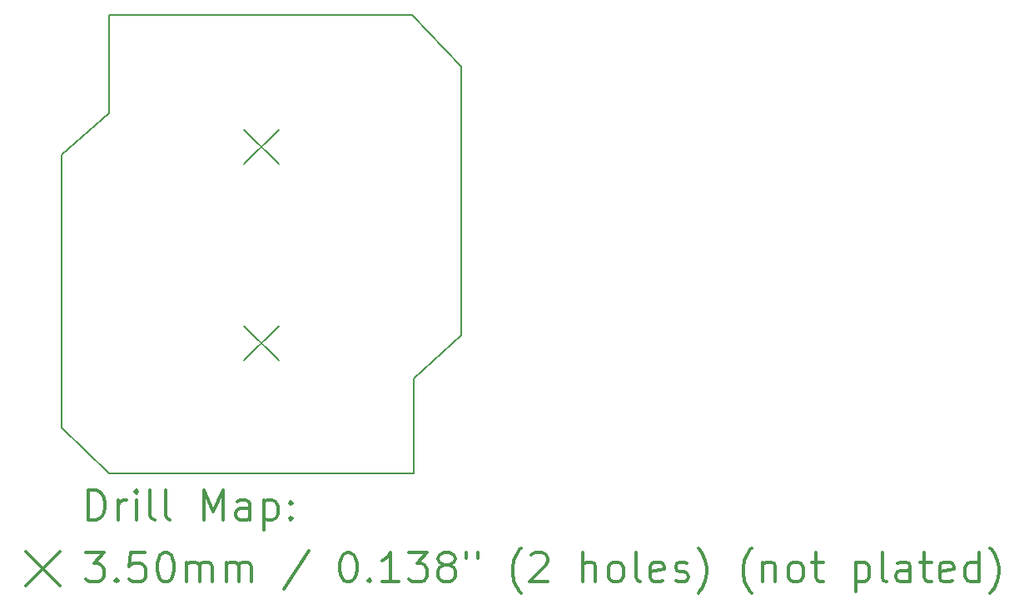
<source format=gbr>
%FSLAX45Y45*%
G04 Gerber Fmt 4.5, Leading zero omitted, Abs format (unit mm)*
G04 Created by KiCad (PCBNEW 5.1.4) date 2019-10-30 11:02:12*
%MOMM*%
%LPD*%
G04 APERTURE LIST*
%ADD10C,0.200000*%
%ADD11C,0.300000*%
G04 APERTURE END LIST*
D10*
X19595000Y-10910000D02*
X20075000Y-10470000D01*
X19595000Y-11870000D02*
X19595000Y-10910000D01*
X16010000Y-11410000D02*
X16495000Y-11870000D01*
X16495000Y-8210000D02*
X16010000Y-8630000D01*
X16495000Y-7210000D02*
X16495000Y-8210000D01*
X19575000Y-7210000D02*
X20075000Y-7730000D01*
X19575000Y-7210000D02*
X16495000Y-7210000D01*
X16010000Y-8630000D02*
X16010000Y-11410000D01*
X16495000Y-11870000D02*
X19595000Y-11870000D01*
X20075000Y-10470000D02*
X20075000Y-7730000D01*
D10*
X17869000Y-8372000D02*
X18219000Y-8722000D01*
X18219000Y-8372000D02*
X17869000Y-8722000D01*
X17869000Y-10372000D02*
X18219000Y-10722000D01*
X18219000Y-10372000D02*
X17869000Y-10722000D01*
D11*
X16286428Y-12345714D02*
X16286428Y-12045714D01*
X16357857Y-12045714D01*
X16400714Y-12060000D01*
X16429286Y-12088571D01*
X16443571Y-12117143D01*
X16457857Y-12174286D01*
X16457857Y-12217143D01*
X16443571Y-12274286D01*
X16429286Y-12302857D01*
X16400714Y-12331429D01*
X16357857Y-12345714D01*
X16286428Y-12345714D01*
X16586428Y-12345714D02*
X16586428Y-12145714D01*
X16586428Y-12202857D02*
X16600714Y-12174286D01*
X16615000Y-12160000D01*
X16643571Y-12145714D01*
X16672143Y-12145714D01*
X16772143Y-12345714D02*
X16772143Y-12145714D01*
X16772143Y-12045714D02*
X16757857Y-12060000D01*
X16772143Y-12074286D01*
X16786428Y-12060000D01*
X16772143Y-12045714D01*
X16772143Y-12074286D01*
X16957857Y-12345714D02*
X16929286Y-12331429D01*
X16915000Y-12302857D01*
X16915000Y-12045714D01*
X17115000Y-12345714D02*
X17086428Y-12331429D01*
X17072143Y-12302857D01*
X17072143Y-12045714D01*
X17457857Y-12345714D02*
X17457857Y-12045714D01*
X17557857Y-12260000D01*
X17657857Y-12045714D01*
X17657857Y-12345714D01*
X17929286Y-12345714D02*
X17929286Y-12188571D01*
X17915000Y-12160000D01*
X17886428Y-12145714D01*
X17829286Y-12145714D01*
X17800714Y-12160000D01*
X17929286Y-12331429D02*
X17900714Y-12345714D01*
X17829286Y-12345714D01*
X17800714Y-12331429D01*
X17786428Y-12302857D01*
X17786428Y-12274286D01*
X17800714Y-12245714D01*
X17829286Y-12231429D01*
X17900714Y-12231429D01*
X17929286Y-12217143D01*
X18072143Y-12145714D02*
X18072143Y-12445714D01*
X18072143Y-12160000D02*
X18100714Y-12145714D01*
X18157857Y-12145714D01*
X18186428Y-12160000D01*
X18200714Y-12174286D01*
X18215000Y-12202857D01*
X18215000Y-12288571D01*
X18200714Y-12317143D01*
X18186428Y-12331429D01*
X18157857Y-12345714D01*
X18100714Y-12345714D01*
X18072143Y-12331429D01*
X18343571Y-12317143D02*
X18357857Y-12331429D01*
X18343571Y-12345714D01*
X18329286Y-12331429D01*
X18343571Y-12317143D01*
X18343571Y-12345714D01*
X18343571Y-12160000D02*
X18357857Y-12174286D01*
X18343571Y-12188571D01*
X18329286Y-12174286D01*
X18343571Y-12160000D01*
X18343571Y-12188571D01*
X15650000Y-12665000D02*
X16000000Y-13015000D01*
X16000000Y-12665000D02*
X15650000Y-13015000D01*
X16257857Y-12675714D02*
X16443571Y-12675714D01*
X16343571Y-12790000D01*
X16386428Y-12790000D01*
X16415000Y-12804286D01*
X16429286Y-12818571D01*
X16443571Y-12847143D01*
X16443571Y-12918571D01*
X16429286Y-12947143D01*
X16415000Y-12961429D01*
X16386428Y-12975714D01*
X16300714Y-12975714D01*
X16272143Y-12961429D01*
X16257857Y-12947143D01*
X16572143Y-12947143D02*
X16586428Y-12961429D01*
X16572143Y-12975714D01*
X16557857Y-12961429D01*
X16572143Y-12947143D01*
X16572143Y-12975714D01*
X16857857Y-12675714D02*
X16715000Y-12675714D01*
X16700714Y-12818571D01*
X16715000Y-12804286D01*
X16743571Y-12790000D01*
X16815000Y-12790000D01*
X16843571Y-12804286D01*
X16857857Y-12818571D01*
X16872143Y-12847143D01*
X16872143Y-12918571D01*
X16857857Y-12947143D01*
X16843571Y-12961429D01*
X16815000Y-12975714D01*
X16743571Y-12975714D01*
X16715000Y-12961429D01*
X16700714Y-12947143D01*
X17057857Y-12675714D02*
X17086428Y-12675714D01*
X17115000Y-12690000D01*
X17129286Y-12704286D01*
X17143571Y-12732857D01*
X17157857Y-12790000D01*
X17157857Y-12861429D01*
X17143571Y-12918571D01*
X17129286Y-12947143D01*
X17115000Y-12961429D01*
X17086428Y-12975714D01*
X17057857Y-12975714D01*
X17029286Y-12961429D01*
X17015000Y-12947143D01*
X17000714Y-12918571D01*
X16986428Y-12861429D01*
X16986428Y-12790000D01*
X17000714Y-12732857D01*
X17015000Y-12704286D01*
X17029286Y-12690000D01*
X17057857Y-12675714D01*
X17286428Y-12975714D02*
X17286428Y-12775714D01*
X17286428Y-12804286D02*
X17300714Y-12790000D01*
X17329286Y-12775714D01*
X17372143Y-12775714D01*
X17400714Y-12790000D01*
X17415000Y-12818571D01*
X17415000Y-12975714D01*
X17415000Y-12818571D02*
X17429286Y-12790000D01*
X17457857Y-12775714D01*
X17500714Y-12775714D01*
X17529286Y-12790000D01*
X17543571Y-12818571D01*
X17543571Y-12975714D01*
X17686428Y-12975714D02*
X17686428Y-12775714D01*
X17686428Y-12804286D02*
X17700714Y-12790000D01*
X17729286Y-12775714D01*
X17772143Y-12775714D01*
X17800714Y-12790000D01*
X17815000Y-12818571D01*
X17815000Y-12975714D01*
X17815000Y-12818571D02*
X17829286Y-12790000D01*
X17857857Y-12775714D01*
X17900714Y-12775714D01*
X17929286Y-12790000D01*
X17943571Y-12818571D01*
X17943571Y-12975714D01*
X18529286Y-12661429D02*
X18272143Y-13047143D01*
X18915000Y-12675714D02*
X18943571Y-12675714D01*
X18972143Y-12690000D01*
X18986428Y-12704286D01*
X19000714Y-12732857D01*
X19015000Y-12790000D01*
X19015000Y-12861429D01*
X19000714Y-12918571D01*
X18986428Y-12947143D01*
X18972143Y-12961429D01*
X18943571Y-12975714D01*
X18915000Y-12975714D01*
X18886428Y-12961429D01*
X18872143Y-12947143D01*
X18857857Y-12918571D01*
X18843571Y-12861429D01*
X18843571Y-12790000D01*
X18857857Y-12732857D01*
X18872143Y-12704286D01*
X18886428Y-12690000D01*
X18915000Y-12675714D01*
X19143571Y-12947143D02*
X19157857Y-12961429D01*
X19143571Y-12975714D01*
X19129286Y-12961429D01*
X19143571Y-12947143D01*
X19143571Y-12975714D01*
X19443571Y-12975714D02*
X19272143Y-12975714D01*
X19357857Y-12975714D02*
X19357857Y-12675714D01*
X19329286Y-12718571D01*
X19300714Y-12747143D01*
X19272143Y-12761429D01*
X19543571Y-12675714D02*
X19729286Y-12675714D01*
X19629286Y-12790000D01*
X19672143Y-12790000D01*
X19700714Y-12804286D01*
X19715000Y-12818571D01*
X19729286Y-12847143D01*
X19729286Y-12918571D01*
X19715000Y-12947143D01*
X19700714Y-12961429D01*
X19672143Y-12975714D01*
X19586428Y-12975714D01*
X19557857Y-12961429D01*
X19543571Y-12947143D01*
X19900714Y-12804286D02*
X19872143Y-12790000D01*
X19857857Y-12775714D01*
X19843571Y-12747143D01*
X19843571Y-12732857D01*
X19857857Y-12704286D01*
X19872143Y-12690000D01*
X19900714Y-12675714D01*
X19957857Y-12675714D01*
X19986428Y-12690000D01*
X20000714Y-12704286D01*
X20015000Y-12732857D01*
X20015000Y-12747143D01*
X20000714Y-12775714D01*
X19986428Y-12790000D01*
X19957857Y-12804286D01*
X19900714Y-12804286D01*
X19872143Y-12818571D01*
X19857857Y-12832857D01*
X19843571Y-12861429D01*
X19843571Y-12918571D01*
X19857857Y-12947143D01*
X19872143Y-12961429D01*
X19900714Y-12975714D01*
X19957857Y-12975714D01*
X19986428Y-12961429D01*
X20000714Y-12947143D01*
X20015000Y-12918571D01*
X20015000Y-12861429D01*
X20000714Y-12832857D01*
X19986428Y-12818571D01*
X19957857Y-12804286D01*
X20129286Y-12675714D02*
X20129286Y-12732857D01*
X20243571Y-12675714D02*
X20243571Y-12732857D01*
X20686428Y-13090000D02*
X20672143Y-13075714D01*
X20643571Y-13032857D01*
X20629286Y-13004286D01*
X20615000Y-12961429D01*
X20600714Y-12890000D01*
X20600714Y-12832857D01*
X20615000Y-12761429D01*
X20629286Y-12718571D01*
X20643571Y-12690000D01*
X20672143Y-12647143D01*
X20686428Y-12632857D01*
X20786428Y-12704286D02*
X20800714Y-12690000D01*
X20829286Y-12675714D01*
X20900714Y-12675714D01*
X20929286Y-12690000D01*
X20943571Y-12704286D01*
X20957857Y-12732857D01*
X20957857Y-12761429D01*
X20943571Y-12804286D01*
X20772143Y-12975714D01*
X20957857Y-12975714D01*
X21315000Y-12975714D02*
X21315000Y-12675714D01*
X21443571Y-12975714D02*
X21443571Y-12818571D01*
X21429286Y-12790000D01*
X21400714Y-12775714D01*
X21357857Y-12775714D01*
X21329286Y-12790000D01*
X21315000Y-12804286D01*
X21629286Y-12975714D02*
X21600714Y-12961429D01*
X21586428Y-12947143D01*
X21572143Y-12918571D01*
X21572143Y-12832857D01*
X21586428Y-12804286D01*
X21600714Y-12790000D01*
X21629286Y-12775714D01*
X21672143Y-12775714D01*
X21700714Y-12790000D01*
X21715000Y-12804286D01*
X21729286Y-12832857D01*
X21729286Y-12918571D01*
X21715000Y-12947143D01*
X21700714Y-12961429D01*
X21672143Y-12975714D01*
X21629286Y-12975714D01*
X21900714Y-12975714D02*
X21872143Y-12961429D01*
X21857857Y-12932857D01*
X21857857Y-12675714D01*
X22129286Y-12961429D02*
X22100714Y-12975714D01*
X22043571Y-12975714D01*
X22015000Y-12961429D01*
X22000714Y-12932857D01*
X22000714Y-12818571D01*
X22015000Y-12790000D01*
X22043571Y-12775714D01*
X22100714Y-12775714D01*
X22129286Y-12790000D01*
X22143571Y-12818571D01*
X22143571Y-12847143D01*
X22000714Y-12875714D01*
X22257857Y-12961429D02*
X22286428Y-12975714D01*
X22343571Y-12975714D01*
X22372143Y-12961429D01*
X22386428Y-12932857D01*
X22386428Y-12918571D01*
X22372143Y-12890000D01*
X22343571Y-12875714D01*
X22300714Y-12875714D01*
X22272143Y-12861429D01*
X22257857Y-12832857D01*
X22257857Y-12818571D01*
X22272143Y-12790000D01*
X22300714Y-12775714D01*
X22343571Y-12775714D01*
X22372143Y-12790000D01*
X22486428Y-13090000D02*
X22500714Y-13075714D01*
X22529286Y-13032857D01*
X22543571Y-13004286D01*
X22557857Y-12961429D01*
X22572143Y-12890000D01*
X22572143Y-12832857D01*
X22557857Y-12761429D01*
X22543571Y-12718571D01*
X22529286Y-12690000D01*
X22500714Y-12647143D01*
X22486428Y-12632857D01*
X23029286Y-13090000D02*
X23015000Y-13075714D01*
X22986428Y-13032857D01*
X22972143Y-13004286D01*
X22957857Y-12961429D01*
X22943571Y-12890000D01*
X22943571Y-12832857D01*
X22957857Y-12761429D01*
X22972143Y-12718571D01*
X22986428Y-12690000D01*
X23015000Y-12647143D01*
X23029286Y-12632857D01*
X23143571Y-12775714D02*
X23143571Y-12975714D01*
X23143571Y-12804286D02*
X23157857Y-12790000D01*
X23186428Y-12775714D01*
X23229286Y-12775714D01*
X23257857Y-12790000D01*
X23272143Y-12818571D01*
X23272143Y-12975714D01*
X23457857Y-12975714D02*
X23429286Y-12961429D01*
X23415000Y-12947143D01*
X23400714Y-12918571D01*
X23400714Y-12832857D01*
X23415000Y-12804286D01*
X23429286Y-12790000D01*
X23457857Y-12775714D01*
X23500714Y-12775714D01*
X23529286Y-12790000D01*
X23543571Y-12804286D01*
X23557857Y-12832857D01*
X23557857Y-12918571D01*
X23543571Y-12947143D01*
X23529286Y-12961429D01*
X23500714Y-12975714D01*
X23457857Y-12975714D01*
X23643571Y-12775714D02*
X23757857Y-12775714D01*
X23686428Y-12675714D02*
X23686428Y-12932857D01*
X23700714Y-12961429D01*
X23729286Y-12975714D01*
X23757857Y-12975714D01*
X24086428Y-12775714D02*
X24086428Y-13075714D01*
X24086428Y-12790000D02*
X24115000Y-12775714D01*
X24172143Y-12775714D01*
X24200714Y-12790000D01*
X24215000Y-12804286D01*
X24229286Y-12832857D01*
X24229286Y-12918571D01*
X24215000Y-12947143D01*
X24200714Y-12961429D01*
X24172143Y-12975714D01*
X24115000Y-12975714D01*
X24086428Y-12961429D01*
X24400714Y-12975714D02*
X24372143Y-12961429D01*
X24357857Y-12932857D01*
X24357857Y-12675714D01*
X24643571Y-12975714D02*
X24643571Y-12818571D01*
X24629286Y-12790000D01*
X24600714Y-12775714D01*
X24543571Y-12775714D01*
X24515000Y-12790000D01*
X24643571Y-12961429D02*
X24615000Y-12975714D01*
X24543571Y-12975714D01*
X24515000Y-12961429D01*
X24500714Y-12932857D01*
X24500714Y-12904286D01*
X24515000Y-12875714D01*
X24543571Y-12861429D01*
X24615000Y-12861429D01*
X24643571Y-12847143D01*
X24743571Y-12775714D02*
X24857857Y-12775714D01*
X24786428Y-12675714D02*
X24786428Y-12932857D01*
X24800714Y-12961429D01*
X24829286Y-12975714D01*
X24857857Y-12975714D01*
X25072143Y-12961429D02*
X25043571Y-12975714D01*
X24986428Y-12975714D01*
X24957857Y-12961429D01*
X24943571Y-12932857D01*
X24943571Y-12818571D01*
X24957857Y-12790000D01*
X24986428Y-12775714D01*
X25043571Y-12775714D01*
X25072143Y-12790000D01*
X25086428Y-12818571D01*
X25086428Y-12847143D01*
X24943571Y-12875714D01*
X25343571Y-12975714D02*
X25343571Y-12675714D01*
X25343571Y-12961429D02*
X25315000Y-12975714D01*
X25257857Y-12975714D01*
X25229286Y-12961429D01*
X25215000Y-12947143D01*
X25200714Y-12918571D01*
X25200714Y-12832857D01*
X25215000Y-12804286D01*
X25229286Y-12790000D01*
X25257857Y-12775714D01*
X25315000Y-12775714D01*
X25343571Y-12790000D01*
X25457857Y-13090000D02*
X25472143Y-13075714D01*
X25500714Y-13032857D01*
X25515000Y-13004286D01*
X25529286Y-12961429D01*
X25543571Y-12890000D01*
X25543571Y-12832857D01*
X25529286Y-12761429D01*
X25515000Y-12718571D01*
X25500714Y-12690000D01*
X25472143Y-12647143D01*
X25457857Y-12632857D01*
M02*

</source>
